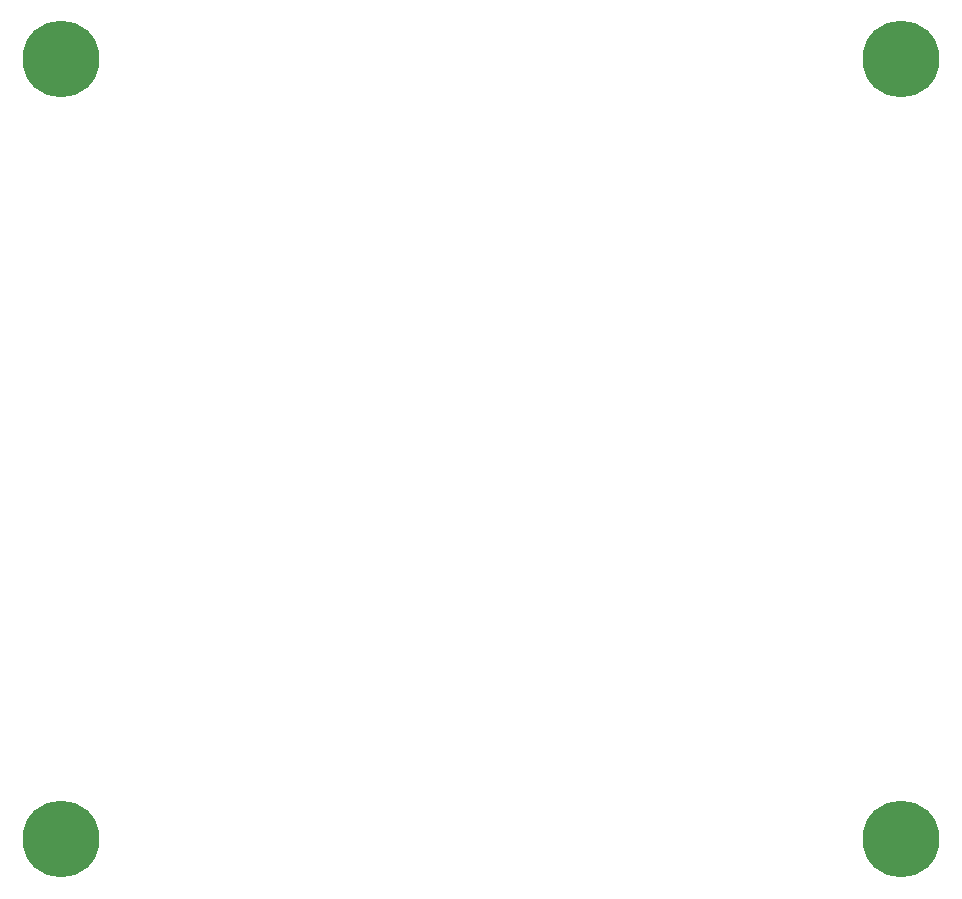
<source format=gbr>
%TF.GenerationSoftware,KiCad,Pcbnew,5.1.6-c6e7f7d~87~ubuntu18.04.1*%
%TF.CreationDate,2020-07-29T17:50:40-04:00*%
%TF.ProjectId,bit_crusher_front_panel,6269745f-6372-4757-9368-65725f66726f,rev?*%
%TF.SameCoordinates,Original*%
%TF.FileFunction,Soldermask,Bot*%
%TF.FilePolarity,Negative*%
%FSLAX46Y46*%
G04 Gerber Fmt 4.6, Leading zero omitted, Abs format (unit mm)*
G04 Created by KiCad (PCBNEW 5.1.6-c6e7f7d~87~ubuntu18.04.1) date 2020-07-29 17:50:40*
%MOMM*%
%LPD*%
G01*
G04 APERTURE LIST*
%ADD10C,6.500000*%
%ADD11C,0.900000*%
G04 APERTURE END LIST*
D10*
%TO.C,H1*%
X152400000Y-40640000D03*
D11*
X154800000Y-40640000D03*
X154097056Y-42337056D03*
X152400000Y-43040000D03*
X150702944Y-42337056D03*
X150000000Y-40640000D03*
X150702944Y-38942944D03*
X152400000Y-38240000D03*
X154097056Y-38942944D03*
%TD*%
D10*
%TO.C,H1*%
X81280000Y-40640000D03*
D11*
X83680000Y-40640000D03*
X82977056Y-42337056D03*
X81280000Y-43040000D03*
X79582944Y-42337056D03*
X78880000Y-40640000D03*
X79582944Y-38942944D03*
X81280000Y-38240000D03*
X82977056Y-38942944D03*
%TD*%
%TO.C,H2*%
X154097056Y-104982944D03*
X152400000Y-104280000D03*
X150702944Y-104982944D03*
X150000000Y-106680000D03*
X150702944Y-108377056D03*
X152400000Y-109080000D03*
X154097056Y-108377056D03*
X154800000Y-106680000D03*
D10*
X152400000Y-106680000D03*
%TD*%
D11*
%TO.C,H1*%
X82977056Y-104982944D03*
X81280000Y-104280000D03*
X79582944Y-104982944D03*
X78880000Y-106680000D03*
X79582944Y-108377056D03*
X81280000Y-109080000D03*
X82977056Y-108377056D03*
X83680000Y-106680000D03*
D10*
X81280000Y-106680000D03*
%TD*%
M02*

</source>
